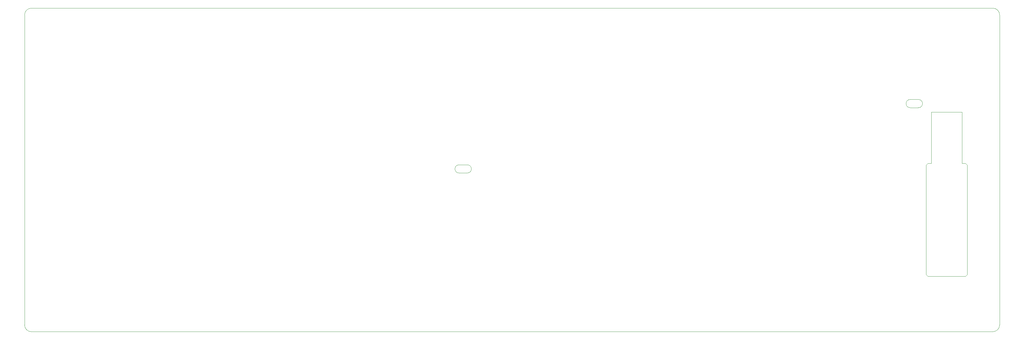
<source format=gbr>
%TF.GenerationSoftware,KiCad,Pcbnew,(6.0.5)*%
%TF.CreationDate,2022-10-29T17:12:18+09:00*%
%TF.ProjectId,tatamikomo,74617461-6d69-46b6-9f6d-6f2e6b696361,rev?*%
%TF.SameCoordinates,Original*%
%TF.FileFunction,Profile,NP*%
%FSLAX46Y46*%
G04 Gerber Fmt 4.6, Leading zero omitted, Abs format (unit mm)*
G04 Created by KiCad (PCBNEW (6.0.5)) date 2022-10-29 17:12:18*
%MOMM*%
%LPD*%
G01*
G04 APERTURE LIST*
%TA.AperFunction,Profile*%
%ADD10C,0.099100*%
%TD*%
%TA.AperFunction,Profile*%
%ADD11C,0.050000*%
%TD*%
G04 APERTURE END LIST*
D10*
X7414214Y-36414214D02*
X288414214Y-36414214D01*
X290414186Y-38414214D02*
G75*
G03*
X288414214Y-36414214I-1999986J14D01*
G01*
X288414214Y-131014214D02*
X7414214Y-131014214D01*
X5414216Y-129014214D02*
G75*
G03*
X7414214Y-131014214I1999994J-6D01*
G01*
X5414214Y-129014214D02*
X5414214Y-38414214D01*
X290414214Y-38414214D02*
X290414214Y-129014214D01*
X7414214Y-36414214D02*
G75*
G03*
X5414214Y-38414214I-4J-1999996D01*
G01*
X288414214Y-131014214D02*
G75*
G03*
X290414214Y-129014214I-14J2000014D01*
G01*
D11*
%TO.C,U1*%
X270409714Y-66793464D02*
X270409714Y-81793464D01*
X279409714Y-81793464D02*
X280409714Y-81793464D01*
X279409714Y-66793464D02*
X279409714Y-81793464D01*
X270409714Y-66793464D02*
X279409714Y-66793464D01*
X280909714Y-114305464D02*
X280409714Y-114805464D01*
X280409714Y-114805464D02*
X269409714Y-114805464D01*
X270409714Y-81793464D02*
X269409714Y-81793464D01*
X280409714Y-81793464D02*
X280909714Y-82293464D01*
X268909714Y-82293464D02*
X269409714Y-81793464D01*
X280909714Y-82293464D02*
X280909714Y-114305464D01*
X268909714Y-114305464D02*
X268909714Y-82293464D01*
X268909714Y-114305464D02*
X269409714Y-114805464D01*
%TO.C,H4*%
X264264114Y-63115014D02*
X266664114Y-63115014D01*
X266664114Y-65515014D02*
X264264114Y-65515014D01*
X264264114Y-63115014D02*
G75*
G03*
X264264114Y-65515014I0J-1200000D01*
G01*
X266664114Y-65515014D02*
G75*
G03*
X266664114Y-63115014I0J1200000D01*
G01*
%TO.C,H5*%
X134814214Y-84614214D02*
X132414214Y-84614214D01*
X132414214Y-82214214D02*
X134814214Y-82214214D01*
X134814214Y-84614214D02*
G75*
G03*
X134814214Y-82214214I0J1200000D01*
G01*
X132414214Y-82214214D02*
G75*
G03*
X132414214Y-84614214I0J-1200000D01*
G01*
%TD*%
M02*

</source>
